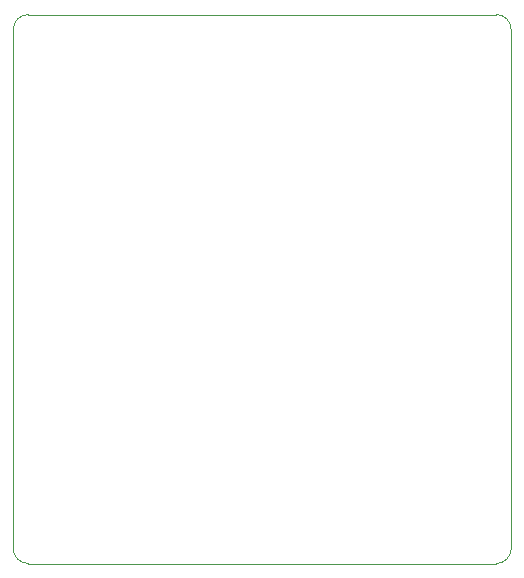
<source format=gm1>
%TF.GenerationSoftware,KiCad,Pcbnew,(6.0.1-0)*%
%TF.CreationDate,2022-02-07T11:31:33+08:00*%
%TF.ProjectId,Pragmatic,50726167-6d61-4746-9963-2e6b69636164,V2*%
%TF.SameCoordinates,Original*%
%TF.FileFunction,Profile,NP*%
%FSLAX46Y46*%
G04 Gerber Fmt 4.6, Leading zero omitted, Abs format (unit mm)*
G04 Created by KiCad (PCBNEW (6.0.1-0)) date 2022-02-07 11:31:33*
%MOMM*%
%LPD*%
G01*
G04 APERTURE LIST*
%TA.AperFunction,Profile*%
%ADD10C,0.120000*%
%TD*%
G04 APERTURE END LIST*
D10*
X159512000Y-90932000D02*
X119888000Y-90932000D01*
X118618000Y-89662000D02*
X118618000Y-45720000D01*
X159512000Y-90932000D02*
G75*
G03*
X160782000Y-89662000I1J1269999D01*
G01*
X119888000Y-44450000D02*
G75*
G03*
X118618000Y-45720000I-1J-1269999D01*
G01*
X119888000Y-44450000D02*
X159512000Y-44450000D01*
X160782000Y-45720000D02*
G75*
G03*
X159512000Y-44450000I-1269999J1D01*
G01*
X118618000Y-89662000D02*
G75*
G03*
X119888000Y-90932000I1269999J-1D01*
G01*
X160782000Y-45720000D02*
X160782000Y-89662000D01*
M02*

</source>
